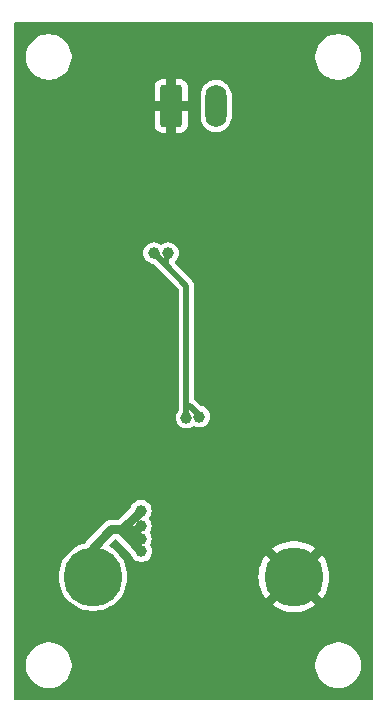
<source format=gtl>
G04 #@! TF.GenerationSoftware,KiCad,Pcbnew,8.0.5*
G04 #@! TF.CreationDate,2024-10-23T20:54:19+02:00*
G04 #@! TF.ProjectId,battEliminator,62617474-456c-4696-9d69-6e61746f722e,0.2*
G04 #@! TF.SameCoordinates,Original*
G04 #@! TF.FileFunction,Copper,L1,Top*
G04 #@! TF.FilePolarity,Positive*
%FSLAX46Y46*%
G04 Gerber Fmt 4.6, Leading zero omitted, Abs format (unit mm)*
G04 Created by KiCad (PCBNEW 8.0.5) date 2024-10-23 20:54:19*
%MOMM*%
%LPD*%
G01*
G04 APERTURE LIST*
G04 Aperture macros list*
%AMRoundRect*
0 Rectangle with rounded corners*
0 $1 Rounding radius*
0 $2 $3 $4 $5 $6 $7 $8 $9 X,Y pos of 4 corners*
0 Add a 4 corners polygon primitive as box body*
4,1,4,$2,$3,$4,$5,$6,$7,$8,$9,$2,$3,0*
0 Add four circle primitives for the rounded corners*
1,1,$1+$1,$2,$3*
1,1,$1+$1,$4,$5*
1,1,$1+$1,$6,$7*
1,1,$1+$1,$8,$9*
0 Add four rect primitives between the rounded corners*
20,1,$1+$1,$2,$3,$4,$5,0*
20,1,$1+$1,$4,$5,$6,$7,0*
20,1,$1+$1,$6,$7,$8,$9,0*
20,1,$1+$1,$8,$9,$2,$3,0*%
G04 Aperture macros list end*
G04 #@! TA.AperFunction,SMDPad,CuDef*
%ADD10C,5.000000*%
G04 #@! TD*
G04 #@! TA.AperFunction,ComponentPad*
%ADD11RoundRect,0.250000X-0.650000X-1.550000X0.650000X-1.550000X0.650000X1.550000X-0.650000X1.550000X0*%
G04 #@! TD*
G04 #@! TA.AperFunction,ComponentPad*
%ADD12O,1.800000X3.600000*%
G04 #@! TD*
G04 #@! TA.AperFunction,ViaPad*
%ADD13C,1.000000*%
G04 #@! TD*
G04 #@! TA.AperFunction,Conductor*
%ADD14C,0.400000*%
G04 #@! TD*
G04 #@! TA.AperFunction,Conductor*
%ADD15C,0.500000*%
G04 #@! TD*
G04 #@! TA.AperFunction,Conductor*
%ADD16C,0.800000*%
G04 #@! TD*
G04 APERTURE END LIST*
D10*
X136250000Y-134000000D03*
X119250000Y-134000000D03*
D11*
X125862500Y-94157500D03*
D12*
X129672500Y-94157500D03*
D13*
X141577857Y-133925000D03*
X118717857Y-139005000D03*
X113637857Y-113605000D03*
X141577857Y-118685000D03*
X139037857Y-105985000D03*
X123872063Y-112514796D03*
X141577857Y-103445000D03*
X133957857Y-90745000D03*
X116177857Y-93285000D03*
X116177857Y-100905000D03*
X118717857Y-98365000D03*
X113637857Y-103445000D03*
X118717857Y-103445000D03*
X136497857Y-116145000D03*
X128877857Y-141545000D03*
X136497857Y-98365000D03*
X139037857Y-95825000D03*
X113637857Y-105985000D03*
X139037857Y-111065000D03*
X131417857Y-141545000D03*
X133957857Y-95825000D03*
X116177857Y-95825000D03*
X125100000Y-112500000D03*
X116177857Y-103445000D03*
X113637857Y-111065000D03*
X141577857Y-98365000D03*
X139037857Y-100905000D03*
X141577857Y-93285000D03*
X126337857Y-133925000D03*
X136497857Y-121225000D03*
X113637857Y-133925000D03*
X113637857Y-121225000D03*
X141577857Y-116145000D03*
X139037857Y-121225000D03*
X113637857Y-136465000D03*
X133957857Y-118685000D03*
X136497857Y-90745000D03*
X116177857Y-113605000D03*
X136497857Y-103445000D03*
X116177857Y-128845000D03*
X126337857Y-139005000D03*
X123797857Y-136465000D03*
X113637857Y-131385000D03*
X136497857Y-128845000D03*
X121257857Y-93285000D03*
X120500000Y-112300000D03*
X116177857Y-98365000D03*
X141577857Y-128845000D03*
X113637857Y-93285000D03*
X141577857Y-111065000D03*
X139037857Y-93285000D03*
X121257857Y-123765000D03*
X121257857Y-95825000D03*
X123797857Y-88205000D03*
X139037857Y-103445000D03*
X126337857Y-90745000D03*
X131417857Y-123765000D03*
X123797857Y-95825000D03*
X136497857Y-88205000D03*
X131417857Y-133925000D03*
X116177857Y-118685000D03*
X141577857Y-100905000D03*
X136497857Y-118685000D03*
X118717857Y-126305000D03*
X141577857Y-113605000D03*
X116177857Y-105985000D03*
X141577857Y-108525000D03*
X113637857Y-128845000D03*
X126337857Y-98365000D03*
X139037857Y-131385000D03*
X136497857Y-95825000D03*
X139037857Y-98365000D03*
X118717857Y-95825000D03*
X133957857Y-88205000D03*
X139037857Y-108525000D03*
X141577857Y-131385000D03*
X113637857Y-118685000D03*
X136497857Y-100905000D03*
X113637857Y-108525000D03*
X123797857Y-98365000D03*
X133957857Y-116145000D03*
X141577857Y-105985000D03*
X118717857Y-90745000D03*
X141577857Y-126305000D03*
X121257857Y-141545000D03*
X113637857Y-98365000D03*
X131417857Y-98365000D03*
X139037857Y-118685000D03*
X113637857Y-116145000D03*
X141577857Y-139005000D03*
X139037857Y-116145000D03*
X116177857Y-111065000D03*
X123797857Y-90745000D03*
X118717857Y-100905000D03*
X128877857Y-123765000D03*
X128877857Y-88205000D03*
X136497857Y-93285000D03*
X133957857Y-139005000D03*
X133957857Y-98365000D03*
X116177857Y-136465000D03*
X126337857Y-88205000D03*
X116177857Y-123765000D03*
X131417857Y-88205000D03*
X128877857Y-90745000D03*
X113637857Y-139005000D03*
X139037857Y-113605000D03*
X133957857Y-100905000D03*
X133957857Y-141545000D03*
X113637857Y-123765000D03*
X121257857Y-121225000D03*
X128877857Y-139005000D03*
X128877857Y-136465000D03*
X126337857Y-136465000D03*
X121257857Y-88205000D03*
X116177857Y-116145000D03*
X131417857Y-139005000D03*
X121257857Y-103445000D03*
X123850000Y-114650000D03*
X121257857Y-126305000D03*
X116177857Y-108525000D03*
X131417857Y-90745000D03*
X141577857Y-95825000D03*
X123797857Y-133925000D03*
X116177857Y-121225000D03*
X136497857Y-123765000D03*
X126337857Y-141545000D03*
X123797857Y-139005000D03*
X113637857Y-95825000D03*
X139037857Y-128845000D03*
X121257857Y-139005000D03*
X133957857Y-93285000D03*
X133957857Y-103445000D03*
X119050000Y-112950000D03*
X121257857Y-98365000D03*
X136497857Y-139005000D03*
X116177857Y-131385000D03*
X113637857Y-100905000D03*
X118717857Y-88205000D03*
X116177857Y-126305000D03*
X121257857Y-90745000D03*
X125100000Y-113600000D03*
X125100000Y-114700000D03*
X136497857Y-141545000D03*
X123797857Y-93285000D03*
X118717857Y-141545000D03*
X141577857Y-123765000D03*
X118717857Y-105985000D03*
X139037857Y-126305000D03*
X123797857Y-141545000D03*
X113637857Y-126305000D03*
X141577857Y-136465000D03*
X136497857Y-126305000D03*
X121257857Y-100905000D03*
X128877857Y-133925000D03*
X141577857Y-121225000D03*
X131417857Y-116145000D03*
X118717857Y-93285000D03*
X139037857Y-123765000D03*
X125600000Y-106600000D03*
X127150000Y-120550000D03*
X124400000Y-106600000D03*
X128250000Y-120450000D03*
X123350000Y-131850000D03*
X123300000Y-130800000D03*
X123300000Y-128400000D03*
X123300000Y-129700000D03*
D14*
X125100000Y-112500000D02*
X124250000Y-112500000D01*
X124250000Y-112500000D02*
X124200000Y-112450000D01*
D15*
X127150000Y-109350000D02*
X127150000Y-119550000D01*
X127150000Y-119550000D02*
X127150000Y-120550000D01*
X125300000Y-107500000D02*
X127150000Y-109350000D01*
X128250000Y-120350000D02*
X128250000Y-120450000D01*
X127150000Y-119550000D02*
X127450000Y-119550000D01*
X125300000Y-107500000D02*
X125600000Y-106600000D01*
X127450000Y-119550000D02*
X128000000Y-120100000D01*
X124400000Y-106600000D02*
X125300000Y-107500000D01*
X128000000Y-120100000D02*
X128250000Y-120350000D01*
D16*
X120800000Y-130000000D02*
X119250000Y-131550000D01*
X119250000Y-131550000D02*
X119250000Y-134000000D01*
X123000000Y-130000000D02*
X123300000Y-129700000D01*
X121700000Y-130000000D02*
X123300000Y-128400000D01*
X121500000Y-130000000D02*
X123350000Y-131850000D01*
X122500000Y-130000000D02*
X123300000Y-130800000D01*
X121700000Y-130000000D02*
X120800000Y-130000000D01*
G04 #@! TA.AperFunction,Conductor*
G36*
X142875000Y-87070462D02*
G01*
X142929538Y-87125000D01*
X142949500Y-87199500D01*
X142949500Y-144300500D01*
X142929538Y-144375000D01*
X142875000Y-144429538D01*
X142800500Y-144449500D01*
X112699500Y-144449500D01*
X112625000Y-144429538D01*
X112570462Y-144375000D01*
X112550500Y-144300500D01*
X112550500Y-141373464D01*
X113569500Y-141373464D01*
X113569500Y-141626535D01*
X113602530Y-141877421D01*
X113602530Y-141877424D01*
X113668027Y-142121866D01*
X113668027Y-142121867D01*
X113764874Y-142355674D01*
X113891405Y-142574832D01*
X113891406Y-142574834D01*
X114045459Y-142775598D01*
X114224401Y-142954540D01*
X114425165Y-143108593D01*
X114425168Y-143108594D01*
X114425170Y-143108596D01*
X114644330Y-143235128D01*
X114841680Y-143316873D01*
X114878132Y-143331972D01*
X114962811Y-143354661D01*
X115122570Y-143397468D01*
X115122576Y-143397468D01*
X115122577Y-143397469D01*
X115158230Y-143402162D01*
X115373465Y-143430499D01*
X115373466Y-143430500D01*
X115373468Y-143430500D01*
X115626534Y-143430500D01*
X115626534Y-143430499D01*
X115877422Y-143397469D01*
X115877424Y-143397469D01*
X115877425Y-143397468D01*
X115877430Y-143397468D01*
X116121866Y-143331972D01*
X116121867Y-143331972D01*
X116121868Y-143331971D01*
X116121870Y-143331971D01*
X116355670Y-143235128D01*
X116574830Y-143108596D01*
X116775598Y-142954541D01*
X116954541Y-142775598D01*
X117108596Y-142574830D01*
X117235128Y-142355670D01*
X117331971Y-142121870D01*
X117397468Y-141877430D01*
X117430500Y-141626532D01*
X117430500Y-141373468D01*
X117430499Y-141373464D01*
X138069500Y-141373464D01*
X138069500Y-141626535D01*
X138102530Y-141877421D01*
X138102530Y-141877424D01*
X138168027Y-142121866D01*
X138168027Y-142121867D01*
X138264874Y-142355674D01*
X138391405Y-142574832D01*
X138391406Y-142574834D01*
X138545459Y-142775598D01*
X138724401Y-142954540D01*
X138925165Y-143108593D01*
X138925168Y-143108594D01*
X138925170Y-143108596D01*
X139144330Y-143235128D01*
X139341680Y-143316873D01*
X139378132Y-143331972D01*
X139462811Y-143354661D01*
X139622570Y-143397468D01*
X139622576Y-143397468D01*
X139622577Y-143397469D01*
X139658230Y-143402162D01*
X139873465Y-143430499D01*
X139873466Y-143430500D01*
X139873468Y-143430500D01*
X140126534Y-143430500D01*
X140126534Y-143430499D01*
X140377422Y-143397469D01*
X140377424Y-143397469D01*
X140377425Y-143397468D01*
X140377430Y-143397468D01*
X140621866Y-143331972D01*
X140621867Y-143331972D01*
X140621868Y-143331971D01*
X140621870Y-143331971D01*
X140855670Y-143235128D01*
X141074830Y-143108596D01*
X141275598Y-142954541D01*
X141454541Y-142775598D01*
X141608596Y-142574830D01*
X141735128Y-142355670D01*
X141831971Y-142121870D01*
X141897468Y-141877430D01*
X141930500Y-141626532D01*
X141930500Y-141373468D01*
X141897468Y-141122570D01*
X141831971Y-140878130D01*
X141735128Y-140644330D01*
X141608596Y-140425170D01*
X141608594Y-140425167D01*
X141608593Y-140425165D01*
X141454540Y-140224401D01*
X141275598Y-140045459D01*
X141074834Y-139891406D01*
X141074832Y-139891405D01*
X140855674Y-139764874D01*
X140855672Y-139764873D01*
X140855670Y-139764872D01*
X140782771Y-139734676D01*
X140621867Y-139668027D01*
X140403618Y-139609549D01*
X140377430Y-139602532D01*
X140377428Y-139602531D01*
X140377422Y-139602530D01*
X140126535Y-139569500D01*
X140126532Y-139569500D01*
X139873468Y-139569500D01*
X139873464Y-139569500D01*
X139622578Y-139602530D01*
X139622575Y-139602530D01*
X139378133Y-139668027D01*
X139378132Y-139668027D01*
X139144325Y-139764874D01*
X138925167Y-139891405D01*
X138925165Y-139891406D01*
X138724401Y-140045459D01*
X138545459Y-140224401D01*
X138391406Y-140425165D01*
X138391405Y-140425167D01*
X138264874Y-140644325D01*
X138168027Y-140878132D01*
X138168027Y-140878133D01*
X138102530Y-141122575D01*
X138102530Y-141122578D01*
X138069500Y-141373464D01*
X117430499Y-141373464D01*
X117397468Y-141122570D01*
X117331971Y-140878130D01*
X117235128Y-140644330D01*
X117108596Y-140425170D01*
X117108594Y-140425167D01*
X117108593Y-140425165D01*
X116954540Y-140224401D01*
X116775598Y-140045459D01*
X116574834Y-139891406D01*
X116574832Y-139891405D01*
X116355674Y-139764874D01*
X116355672Y-139764873D01*
X116355670Y-139764872D01*
X116282771Y-139734676D01*
X116121867Y-139668027D01*
X115903618Y-139609549D01*
X115877430Y-139602532D01*
X115877428Y-139602531D01*
X115877422Y-139602530D01*
X115626535Y-139569500D01*
X115626532Y-139569500D01*
X115373468Y-139569500D01*
X115373464Y-139569500D01*
X115122578Y-139602530D01*
X115122575Y-139602530D01*
X114878133Y-139668027D01*
X114878132Y-139668027D01*
X114644325Y-139764874D01*
X114425167Y-139891405D01*
X114425165Y-139891406D01*
X114224401Y-140045459D01*
X114045459Y-140224401D01*
X113891406Y-140425165D01*
X113891405Y-140425167D01*
X113764874Y-140644325D01*
X113668027Y-140878132D01*
X113668027Y-140878133D01*
X113602530Y-141122575D01*
X113602530Y-141122578D01*
X113569500Y-141373464D01*
X112550500Y-141373464D01*
X112550500Y-134000000D01*
X116344584Y-134000000D01*
X116364228Y-134337290D01*
X116364230Y-134337304D01*
X116422900Y-134670035D01*
X116422902Y-134670045D01*
X116519799Y-134993703D01*
X116519801Y-134993710D01*
X116653623Y-135303944D01*
X116653625Y-135303948D01*
X116822560Y-135596552D01*
X117024322Y-135867565D01*
X117024324Y-135867567D01*
X117024327Y-135867571D01*
X117024330Y-135867575D01*
X117256179Y-136113319D01*
X117256184Y-136113325D01*
X117438992Y-136266718D01*
X117515006Y-136330502D01*
X117797292Y-136516164D01*
X117797297Y-136516167D01*
X117969151Y-136602475D01*
X118099224Y-136667800D01*
X118416717Y-136783358D01*
X118745480Y-136861276D01*
X119081065Y-136900500D01*
X119081068Y-136900500D01*
X119418932Y-136900500D01*
X119418935Y-136900500D01*
X119754520Y-136861276D01*
X120083283Y-136783358D01*
X120400776Y-136667800D01*
X120702708Y-136516164D01*
X120898302Y-136387520D01*
X134428164Y-136387520D01*
X134455491Y-136410450D01*
X134455492Y-136410451D01*
X134747453Y-136602475D01*
X135059746Y-136759316D01*
X135388128Y-136878837D01*
X135728174Y-136959430D01*
X136075261Y-136999999D01*
X136075267Y-137000000D01*
X136424733Y-137000000D01*
X136424738Y-136999999D01*
X136771825Y-136959430D01*
X137111871Y-136878837D01*
X137440253Y-136759316D01*
X137752546Y-136602475D01*
X138044514Y-136410445D01*
X138044521Y-136410440D01*
X138071835Y-136387521D01*
X136250000Y-134565685D01*
X134428164Y-136387520D01*
X120898302Y-136387520D01*
X120984994Y-136330502D01*
X121243817Y-136113323D01*
X121475678Y-135867565D01*
X121677440Y-135596552D01*
X121846375Y-135303948D01*
X121980198Y-134993711D01*
X122077100Y-134670035D01*
X122135771Y-134337298D01*
X122155416Y-134000000D01*
X133244916Y-134000000D01*
X133265234Y-134348861D01*
X133265236Y-134348878D01*
X133325915Y-134693013D01*
X133325917Y-134693022D01*
X133426142Y-135027790D01*
X133426144Y-135027798D01*
X133564557Y-135348675D01*
X133564559Y-135348679D01*
X133739288Y-135651319D01*
X133864630Y-135819682D01*
X135684313Y-133999999D01*
X136815685Y-133999999D01*
X138635368Y-135819682D01*
X138760711Y-135651319D01*
X138935440Y-135348679D01*
X138935442Y-135348675D01*
X139073855Y-135027798D01*
X139073857Y-135027790D01*
X139174082Y-134693022D01*
X139174084Y-134693013D01*
X139234763Y-134348878D01*
X139234765Y-134348861D01*
X139255083Y-134000000D01*
X139234765Y-133651138D01*
X139234763Y-133651121D01*
X139174084Y-133306986D01*
X139174082Y-133306977D01*
X139073857Y-132972209D01*
X139073855Y-132972201D01*
X138935442Y-132651324D01*
X138935440Y-132651320D01*
X138760709Y-132348675D01*
X138635369Y-132180315D01*
X136815685Y-133999999D01*
X135684313Y-133999999D01*
X133864630Y-132180316D01*
X133739295Y-132348671D01*
X133739285Y-132348685D01*
X133564559Y-132651320D01*
X133564557Y-132651324D01*
X133426144Y-132972201D01*
X133426142Y-132972209D01*
X133325917Y-133306977D01*
X133325915Y-133306986D01*
X133265236Y-133651121D01*
X133265234Y-133651138D01*
X133244916Y-134000000D01*
X122155416Y-134000000D01*
X122135771Y-133662702D01*
X122077100Y-133329965D01*
X121980198Y-133006289D01*
X121846375Y-132696052D01*
X121677440Y-132403448D01*
X121475678Y-132132435D01*
X121475674Y-132132431D01*
X121475672Y-132132428D01*
X121475669Y-132132424D01*
X121243820Y-131886680D01*
X121243815Y-131886674D01*
X120984996Y-131669500D01*
X120984994Y-131669498D01*
X120702708Y-131483836D01*
X120702021Y-131483384D01*
X120650747Y-131425767D01*
X120635150Y-131350232D01*
X120659410Y-131277019D01*
X120678533Y-131253543D01*
X121044644Y-130887433D01*
X121111435Y-130848872D01*
X121188563Y-130848872D01*
X121255358Y-130887436D01*
X122467019Y-132099097D01*
X122503366Y-132158410D01*
X122522821Y-132218284D01*
X122522822Y-132218285D01*
X122617469Y-132382220D01*
X122744127Y-132522886D01*
X122744129Y-132522888D01*
X122897270Y-132634151D01*
X123070197Y-132711144D01*
X123211315Y-132741139D01*
X123255352Y-132750500D01*
X123255354Y-132750500D01*
X123444648Y-132750500D01*
X123484004Y-132742134D01*
X123629803Y-132711144D01*
X123802730Y-132634151D01*
X123955871Y-132522888D01*
X124063416Y-132403448D01*
X124082530Y-132382220D01*
X124082531Y-132382218D01*
X124082533Y-132382216D01*
X124177179Y-132218284D01*
X124235674Y-132038256D01*
X124255460Y-131850000D01*
X124235674Y-131661744D01*
X124219666Y-131612477D01*
X134428164Y-131612477D01*
X134428164Y-131612478D01*
X136249999Y-133434313D01*
X138071834Y-131612477D01*
X138071835Y-131612477D01*
X138044521Y-131589559D01*
X138044510Y-131589551D01*
X137752546Y-131397524D01*
X137440253Y-131240683D01*
X137111871Y-131121162D01*
X136771825Y-131040569D01*
X136424738Y-131000000D01*
X136075261Y-131000000D01*
X135728174Y-131040569D01*
X135388128Y-131121162D01*
X135059746Y-131240683D01*
X134747453Y-131397524D01*
X134455482Y-131589555D01*
X134428164Y-131612477D01*
X124219666Y-131612477D01*
X124177179Y-131481716D01*
X124104710Y-131356197D01*
X124084749Y-131281698D01*
X124104710Y-131207200D01*
X124127179Y-131168284D01*
X124185674Y-130988256D01*
X124205460Y-130800000D01*
X124185674Y-130611744D01*
X124127179Y-130431716D01*
X124065276Y-130324496D01*
X124045315Y-130250000D01*
X124065276Y-130175503D01*
X124127179Y-130068284D01*
X124185674Y-129888256D01*
X124205460Y-129700000D01*
X124185674Y-129511744D01*
X124127179Y-129331716D01*
X124032533Y-129167784D01*
X124016251Y-129149701D01*
X123981235Y-129080982D01*
X123985270Y-129003960D01*
X124016250Y-128950299D01*
X124032533Y-128932216D01*
X124127179Y-128768284D01*
X124185674Y-128588256D01*
X124205460Y-128400000D01*
X124185674Y-128211744D01*
X124127179Y-128031716D01*
X124032533Y-127867784D01*
X124032532Y-127867783D01*
X124032530Y-127867779D01*
X123905872Y-127727113D01*
X123752727Y-127615847D01*
X123579805Y-127538857D01*
X123579803Y-127538856D01*
X123473360Y-127516231D01*
X123394648Y-127499500D01*
X123394646Y-127499500D01*
X123205354Y-127499500D01*
X123205352Y-127499500D01*
X123105392Y-127520747D01*
X123020197Y-127538856D01*
X123020195Y-127538856D01*
X123020194Y-127538857D01*
X122847272Y-127615847D01*
X122694127Y-127727113D01*
X122567469Y-127867780D01*
X122472822Y-128031713D01*
X122472820Y-128031718D01*
X122453367Y-128091587D01*
X122417019Y-128150901D01*
X121412063Y-129155859D01*
X121345268Y-129194423D01*
X121306704Y-129199500D01*
X120721158Y-129199500D01*
X120566505Y-129230262D01*
X120566501Y-129230263D01*
X120420823Y-129290604D01*
X120289707Y-129378214D01*
X118628214Y-131039707D01*
X118628208Y-131039714D01*
X118560077Y-131141679D01*
X118502089Y-131192533D01*
X118470554Y-131203881D01*
X118416721Y-131216640D01*
X118416714Y-131216642D01*
X118099221Y-131332201D01*
X118099218Y-131332202D01*
X117797297Y-131483832D01*
X117650611Y-131580309D01*
X117515006Y-131669498D01*
X117515004Y-131669499D01*
X117515003Y-131669500D01*
X117256184Y-131886674D01*
X117256179Y-131886680D01*
X117024330Y-132132424D01*
X117024327Y-132132428D01*
X116822559Y-132403449D01*
X116653625Y-132696051D01*
X116653623Y-132696055D01*
X116519801Y-133006289D01*
X116519799Y-133006296D01*
X116422902Y-133329954D01*
X116422900Y-133329964D01*
X116364230Y-133662695D01*
X116364228Y-133662709D01*
X116344584Y-134000000D01*
X112550500Y-134000000D01*
X112550500Y-106600000D01*
X123494540Y-106600000D01*
X123514325Y-106788254D01*
X123514326Y-106788256D01*
X123572821Y-106968284D01*
X123572822Y-106968285D01*
X123667469Y-107132220D01*
X123794127Y-107272886D01*
X123794129Y-107272888D01*
X123947270Y-107384151D01*
X124120197Y-107461144D01*
X124261315Y-107491139D01*
X124305352Y-107500500D01*
X124305354Y-107500500D01*
X124318836Y-107500500D01*
X124393336Y-107520462D01*
X124424195Y-107544141D01*
X124794721Y-107914666D01*
X124794723Y-107914669D01*
X124804545Y-107924491D01*
X124816889Y-107938490D01*
X124825387Y-107949440D01*
X124825395Y-107949448D01*
X124852338Y-107972815D01*
X124860074Y-107980020D01*
X126455859Y-109575805D01*
X126494423Y-109642600D01*
X126499500Y-109681164D01*
X126499500Y-119869481D01*
X126479538Y-119943981D01*
X126461229Y-119969181D01*
X126417469Y-120017781D01*
X126322822Y-120181714D01*
X126322819Y-120181721D01*
X126264325Y-120361745D01*
X126244540Y-120550000D01*
X126264325Y-120738254D01*
X126264326Y-120738256D01*
X126322821Y-120918284D01*
X126377466Y-121012933D01*
X126417469Y-121082220D01*
X126533887Y-121211513D01*
X126544129Y-121222888D01*
X126697270Y-121334151D01*
X126870197Y-121411144D01*
X127011315Y-121441139D01*
X127055352Y-121450500D01*
X127055354Y-121450500D01*
X127244648Y-121450500D01*
X127284004Y-121442134D01*
X127429803Y-121411144D01*
X127602730Y-121334151D01*
X127692393Y-121269006D01*
X127764399Y-121241367D01*
X127840577Y-121253433D01*
X127875557Y-121269007D01*
X127970197Y-121311144D01*
X128111315Y-121341139D01*
X128155352Y-121350500D01*
X128155354Y-121350500D01*
X128344648Y-121350500D01*
X128384004Y-121342134D01*
X128529803Y-121311144D01*
X128702730Y-121234151D01*
X128855871Y-121122888D01*
X128928195Y-121042563D01*
X128982530Y-120982220D01*
X128982531Y-120982218D01*
X128982533Y-120982216D01*
X129077179Y-120818284D01*
X129135674Y-120638256D01*
X129155460Y-120450000D01*
X129135674Y-120261744D01*
X129077179Y-120081716D01*
X128982533Y-119917784D01*
X128982532Y-119917783D01*
X128982530Y-119917779D01*
X128855872Y-119777113D01*
X128702727Y-119665847D01*
X128529806Y-119588857D01*
X128529804Y-119588856D01*
X128529803Y-119588856D01*
X128419310Y-119565370D01*
X128350589Y-119530354D01*
X128344931Y-119524985D01*
X127864669Y-119044723D01*
X127859008Y-119040077D01*
X127860183Y-119038644D01*
X127815856Y-118988083D01*
X127800500Y-118922203D01*
X127800500Y-109285935D01*
X127800499Y-109285927D01*
X127775501Y-109160257D01*
X127726467Y-109041878D01*
X127726465Y-109041873D01*
X127655277Y-108935331D01*
X126204795Y-107484849D01*
X126166231Y-107418054D01*
X126166231Y-107340926D01*
X126201643Y-107279589D01*
X126200646Y-107278691D01*
X126332530Y-107132220D01*
X126332531Y-107132218D01*
X126332533Y-107132216D01*
X126427179Y-106968284D01*
X126485674Y-106788256D01*
X126505460Y-106600000D01*
X126485674Y-106411744D01*
X126427179Y-106231716D01*
X126332533Y-106067784D01*
X126332532Y-106067783D01*
X126332530Y-106067779D01*
X126205872Y-105927113D01*
X126133855Y-105874790D01*
X126052730Y-105815849D01*
X126052729Y-105815848D01*
X126052727Y-105815847D01*
X125879805Y-105738857D01*
X125879803Y-105738856D01*
X125773360Y-105716231D01*
X125694648Y-105699500D01*
X125694646Y-105699500D01*
X125505354Y-105699500D01*
X125505352Y-105699500D01*
X125405392Y-105720747D01*
X125320197Y-105738856D01*
X125320195Y-105738856D01*
X125320194Y-105738857D01*
X125147269Y-105815849D01*
X125087579Y-105859216D01*
X125015574Y-105886856D01*
X124939395Y-105874790D01*
X124912421Y-105859216D01*
X124852730Y-105815849D01*
X124679805Y-105738857D01*
X124679803Y-105738856D01*
X124573360Y-105716231D01*
X124494648Y-105699500D01*
X124494646Y-105699500D01*
X124305354Y-105699500D01*
X124305352Y-105699500D01*
X124205392Y-105720747D01*
X124120197Y-105738856D01*
X124120195Y-105738856D01*
X124120194Y-105738857D01*
X123947272Y-105815847D01*
X123794127Y-105927113D01*
X123667469Y-106067779D01*
X123572822Y-106231714D01*
X123572819Y-106231721D01*
X123514325Y-106411745D01*
X123494540Y-106600000D01*
X112550500Y-106600000D01*
X112550500Y-92557510D01*
X124462500Y-92557510D01*
X124462500Y-93757500D01*
X125413973Y-93757500D01*
X125382381Y-93789092D01*
X125303389Y-93925909D01*
X125262500Y-94078509D01*
X125262500Y-94236491D01*
X125303389Y-94389091D01*
X125382381Y-94525908D01*
X125413973Y-94557500D01*
X124462501Y-94557500D01*
X124462501Y-95757473D01*
X124472994Y-95860196D01*
X124528142Y-96026621D01*
X124620180Y-96175840D01*
X124744159Y-96299819D01*
X124893378Y-96391857D01*
X125059802Y-96447005D01*
X125059811Y-96447007D01*
X125162515Y-96457499D01*
X125462500Y-96457499D01*
X125462500Y-94606027D01*
X125494092Y-94637619D01*
X125630909Y-94716611D01*
X125783509Y-94757500D01*
X125941491Y-94757500D01*
X126094091Y-94716611D01*
X126230908Y-94637619D01*
X126262500Y-94606027D01*
X126262500Y-96457499D01*
X126562474Y-96457499D01*
X126665196Y-96447005D01*
X126831621Y-96391857D01*
X126980840Y-96299819D01*
X127104819Y-96175840D01*
X127196857Y-96026621D01*
X127252005Y-95860197D01*
X127252007Y-95860188D01*
X127262499Y-95757489D01*
X127262500Y-95757479D01*
X127262500Y-94557500D01*
X126311027Y-94557500D01*
X126342619Y-94525908D01*
X126421611Y-94389091D01*
X126462500Y-94236491D01*
X126462500Y-94078509D01*
X126421611Y-93925909D01*
X126342619Y-93789092D01*
X126311027Y-93757500D01*
X127262499Y-93757500D01*
X127262499Y-93155148D01*
X128372000Y-93155148D01*
X128372000Y-95159852D01*
X128404023Y-95362034D01*
X128467278Y-95556712D01*
X128467282Y-95556724D01*
X128560214Y-95739112D01*
X128680528Y-95904712D01*
X128680535Y-95904720D01*
X128825279Y-96049464D01*
X128825287Y-96049471D01*
X128990887Y-96169785D01*
X128990890Y-96169787D01*
X129173281Y-96262720D01*
X129367966Y-96325977D01*
X129570148Y-96358000D01*
X129570153Y-96358000D01*
X129774847Y-96358000D01*
X129774852Y-96358000D01*
X129977034Y-96325977D01*
X130171719Y-96262720D01*
X130354110Y-96169787D01*
X130519719Y-96049466D01*
X130664466Y-95904719D01*
X130784787Y-95739110D01*
X130877720Y-95556719D01*
X130940977Y-95362034D01*
X130973000Y-95159852D01*
X130973000Y-93155148D01*
X130940977Y-92952966D01*
X130877720Y-92758281D01*
X130784787Y-92575890D01*
X130696813Y-92454803D01*
X130664471Y-92410287D01*
X130664464Y-92410279D01*
X130519720Y-92265535D01*
X130519712Y-92265528D01*
X130354112Y-92145214D01*
X130171724Y-92052282D01*
X130171720Y-92052280D01*
X130171719Y-92052280D01*
X129977034Y-91989023D01*
X129774852Y-91957000D01*
X129570148Y-91957000D01*
X129401663Y-91983685D01*
X129367965Y-91989023D01*
X129173287Y-92052278D01*
X129173275Y-92052282D01*
X128990887Y-92145214D01*
X128825287Y-92265528D01*
X128825279Y-92265535D01*
X128680535Y-92410279D01*
X128680528Y-92410287D01*
X128560214Y-92575887D01*
X128467282Y-92758275D01*
X128467280Y-92758281D01*
X128404023Y-92952966D01*
X128372000Y-93155148D01*
X127262499Y-93155148D01*
X127262499Y-92557526D01*
X127252005Y-92454803D01*
X127196857Y-92288378D01*
X127104819Y-92139159D01*
X126980840Y-92015180D01*
X126831621Y-91923142D01*
X126665197Y-91867994D01*
X126665188Y-91867992D01*
X126562489Y-91857500D01*
X126262500Y-91857500D01*
X126262500Y-93708973D01*
X126230908Y-93677381D01*
X126094091Y-93598389D01*
X125941491Y-93557500D01*
X125783509Y-93557500D01*
X125630909Y-93598389D01*
X125494092Y-93677381D01*
X125462500Y-93708973D01*
X125462500Y-91857500D01*
X125162526Y-91857500D01*
X125059803Y-91867994D01*
X124893378Y-91923142D01*
X124744159Y-92015180D01*
X124620180Y-92139159D01*
X124528142Y-92288378D01*
X124472994Y-92454802D01*
X124472992Y-92454811D01*
X124462500Y-92557510D01*
X112550500Y-92557510D01*
X112550500Y-89873464D01*
X113569500Y-89873464D01*
X113569500Y-90126535D01*
X113602530Y-90377421D01*
X113602530Y-90377424D01*
X113668027Y-90621866D01*
X113668027Y-90621867D01*
X113764874Y-90855674D01*
X113891405Y-91074832D01*
X113891406Y-91074834D01*
X114045459Y-91275598D01*
X114224401Y-91454540D01*
X114425165Y-91608593D01*
X114425168Y-91608594D01*
X114425170Y-91608596D01*
X114644330Y-91735128D01*
X114841680Y-91816873D01*
X114878132Y-91831972D01*
X114962811Y-91854661D01*
X115122570Y-91897468D01*
X115122576Y-91897468D01*
X115122577Y-91897469D01*
X115158230Y-91902162D01*
X115373465Y-91930499D01*
X115373466Y-91930500D01*
X115373468Y-91930500D01*
X115626534Y-91930500D01*
X115626534Y-91930499D01*
X115877422Y-91897469D01*
X115877424Y-91897469D01*
X115877425Y-91897468D01*
X115877430Y-91897468D01*
X116121866Y-91831972D01*
X116121867Y-91831972D01*
X116121868Y-91831971D01*
X116121870Y-91831971D01*
X116355670Y-91735128D01*
X116574830Y-91608596D01*
X116775598Y-91454541D01*
X116954541Y-91275598D01*
X117108596Y-91074830D01*
X117235128Y-90855670D01*
X117331971Y-90621870D01*
X117397468Y-90377430D01*
X117430500Y-90126532D01*
X117430500Y-89873468D01*
X117430499Y-89873464D01*
X138069500Y-89873464D01*
X138069500Y-90126535D01*
X138102530Y-90377421D01*
X138102530Y-90377424D01*
X138168027Y-90621866D01*
X138168027Y-90621867D01*
X138264874Y-90855674D01*
X138391405Y-91074832D01*
X138391406Y-91074834D01*
X138545459Y-91275598D01*
X138724401Y-91454540D01*
X138925165Y-91608593D01*
X138925168Y-91608594D01*
X138925170Y-91608596D01*
X139144330Y-91735128D01*
X139341680Y-91816873D01*
X139378132Y-91831972D01*
X139462811Y-91854661D01*
X139622570Y-91897468D01*
X139622576Y-91897468D01*
X139622577Y-91897469D01*
X139658230Y-91902162D01*
X139873465Y-91930499D01*
X139873466Y-91930500D01*
X139873468Y-91930500D01*
X140126534Y-91930500D01*
X140126534Y-91930499D01*
X140377422Y-91897469D01*
X140377424Y-91897469D01*
X140377425Y-91897468D01*
X140377430Y-91897468D01*
X140621866Y-91831972D01*
X140621867Y-91831972D01*
X140621868Y-91831971D01*
X140621870Y-91831971D01*
X140855670Y-91735128D01*
X141074830Y-91608596D01*
X141275598Y-91454541D01*
X141454541Y-91275598D01*
X141608596Y-91074830D01*
X141735128Y-90855670D01*
X141831971Y-90621870D01*
X141897468Y-90377430D01*
X141930500Y-90126532D01*
X141930500Y-89873468D01*
X141897468Y-89622570D01*
X141831971Y-89378130D01*
X141735128Y-89144330D01*
X141608596Y-88925170D01*
X141608594Y-88925167D01*
X141608593Y-88925165D01*
X141454540Y-88724401D01*
X141275598Y-88545459D01*
X141074834Y-88391406D01*
X141074832Y-88391405D01*
X140855674Y-88264874D01*
X140855672Y-88264873D01*
X140855670Y-88264872D01*
X140782771Y-88234676D01*
X140621867Y-88168027D01*
X140403618Y-88109549D01*
X140377430Y-88102532D01*
X140377428Y-88102531D01*
X140377422Y-88102530D01*
X140126535Y-88069500D01*
X140126532Y-88069500D01*
X139873468Y-88069500D01*
X139873464Y-88069500D01*
X139622578Y-88102530D01*
X139622575Y-88102530D01*
X139378133Y-88168027D01*
X139378132Y-88168027D01*
X139144325Y-88264874D01*
X138925167Y-88391405D01*
X138925165Y-88391406D01*
X138724401Y-88545459D01*
X138545459Y-88724401D01*
X138391406Y-88925165D01*
X138391405Y-88925167D01*
X138264874Y-89144325D01*
X138168027Y-89378132D01*
X138168027Y-89378133D01*
X138102530Y-89622575D01*
X138102530Y-89622578D01*
X138069500Y-89873464D01*
X117430499Y-89873464D01*
X117397468Y-89622570D01*
X117331971Y-89378130D01*
X117235128Y-89144330D01*
X117108596Y-88925170D01*
X117108594Y-88925167D01*
X117108593Y-88925165D01*
X116954540Y-88724401D01*
X116775598Y-88545459D01*
X116574834Y-88391406D01*
X116574832Y-88391405D01*
X116355674Y-88264874D01*
X116355672Y-88264873D01*
X116355670Y-88264872D01*
X116282771Y-88234676D01*
X116121867Y-88168027D01*
X115903618Y-88109549D01*
X115877430Y-88102532D01*
X115877428Y-88102531D01*
X115877422Y-88102530D01*
X115626535Y-88069500D01*
X115626532Y-88069500D01*
X115373468Y-88069500D01*
X115373464Y-88069500D01*
X115122578Y-88102530D01*
X115122575Y-88102530D01*
X114878133Y-88168027D01*
X114878132Y-88168027D01*
X114644325Y-88264874D01*
X114425167Y-88391405D01*
X114425165Y-88391406D01*
X114224401Y-88545459D01*
X114045459Y-88724401D01*
X113891406Y-88925165D01*
X113891405Y-88925167D01*
X113764874Y-89144325D01*
X113668027Y-89378132D01*
X113668027Y-89378133D01*
X113602530Y-89622575D01*
X113602530Y-89622578D01*
X113569500Y-89873464D01*
X112550500Y-89873464D01*
X112550500Y-87199500D01*
X112570462Y-87125000D01*
X112625000Y-87070462D01*
X112699500Y-87050500D01*
X142800500Y-87050500D01*
X142875000Y-87070462D01*
G37*
G04 #@! TD.AperFunction*
M02*

</source>
